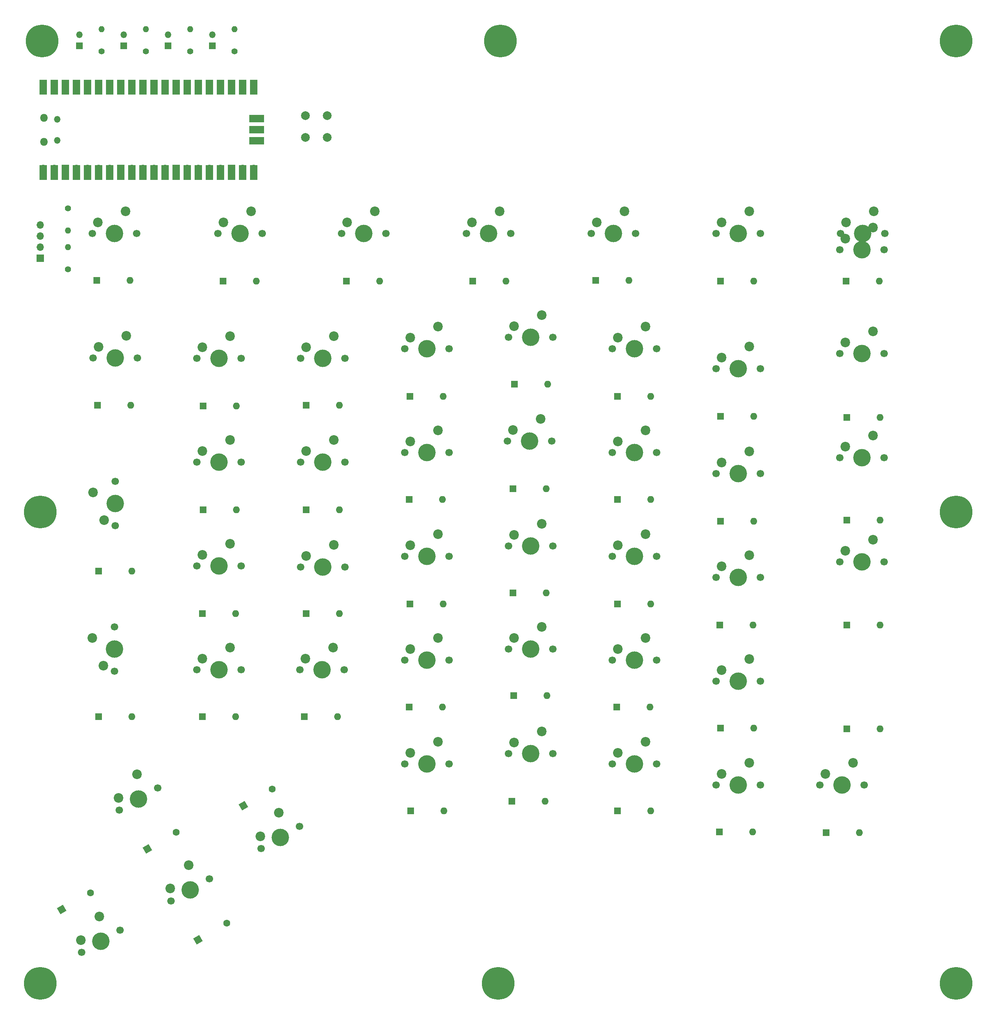
<source format=gbr>
%TF.GenerationSoftware,KiCad,Pcbnew,6.0.9-8da3e8f707~116~ubuntu20.04.1*%
%TF.CreationDate,2022-11-04T12:27:48+01:00*%
%TF.ProjectId,98keys-right,39386b65-7973-42d7-9269-6768742e6b69,rev?*%
%TF.SameCoordinates,Original*%
%TF.FileFunction,Soldermask,Top*%
%TF.FilePolarity,Negative*%
%FSLAX46Y46*%
G04 Gerber Fmt 4.6, Leading zero omitted, Abs format (unit mm)*
G04 Created by KiCad (PCBNEW 6.0.9-8da3e8f707~116~ubuntu20.04.1) date 2022-11-04 12:27:48*
%MOMM*%
%LPD*%
G01*
G04 APERTURE LIST*
G04 Aperture macros list*
%AMHorizOval*
0 Thick line with rounded ends*
0 $1 width*
0 $2 $3 position (X,Y) of the first rounded end (center of the circle)*
0 $4 $5 position (X,Y) of the second rounded end (center of the circle)*
0 Add line between two ends*
20,1,$1,$2,$3,$4,$5,0*
0 Add two circle primitives to create the rounded ends*
1,1,$1,$2,$3*
1,1,$1,$4,$5*%
%AMRotRect*
0 Rectangle, with rotation*
0 The origin of the aperture is its center*
0 $1 length*
0 $2 width*
0 $3 Rotation angle, in degrees counterclockwise*
0 Add horizontal line*
21,1,$1,$2,0,0,$3*%
G04 Aperture macros list end*
%ADD10R,1.600000X1.600000*%
%ADD11O,1.600000X1.600000*%
%ADD12RotRect,1.600000X1.600000X30.000000*%
%ADD13HorizOval,1.600000X0.000000X0.000000X0.000000X0.000000X0*%
%ADD14HorizOval,1.600000X0.000000X0.000000X0.000000X0.000000X0*%
%ADD15C,4.000000*%
%ADD16C,1.700000*%
%ADD17C,2.200000*%
%ADD18C,7.500000*%
%ADD19C,2.000000*%
%ADD20R,1.500000X1.500000*%
%ADD21O,1.500000X1.500000*%
%ADD22C,1.400000*%
%ADD23O,1.400000X1.400000*%
%ADD24O,1.800000X1.800000*%
%ADD25R,1.700000X3.500000*%
%ADD26O,1.700000X1.700000*%
%ADD27R,1.700000X1.700000*%
%ADD28R,3.500000X1.700000*%
G04 APERTURE END LIST*
D10*
%TO.C,D1*%
X258380000Y-85199600D03*
D11*
X266000000Y-85199600D03*
%TD*%
D10*
%TO.C,D2*%
X258600000Y-116399600D03*
D11*
X266220000Y-116399600D03*
%TD*%
D10*
%TO.C,D3*%
X258600000Y-139999600D03*
D11*
X266220000Y-139999600D03*
%TD*%
D10*
%TO.C,D4*%
X258600000Y-163999600D03*
D11*
X266220000Y-163999600D03*
%TD*%
D10*
%TO.C,D5*%
X258600000Y-187799600D03*
D11*
X266220000Y-187799600D03*
%TD*%
D10*
%TO.C,D6*%
X253800000Y-211599600D03*
D11*
X261420000Y-211599600D03*
%TD*%
D10*
%TO.C,D7*%
X229580000Y-85199600D03*
D11*
X237200000Y-85199600D03*
%TD*%
D10*
%TO.C,D8*%
X229600000Y-116199600D03*
D11*
X237220000Y-116199600D03*
%TD*%
D10*
%TO.C,D9*%
X229600000Y-140199600D03*
D11*
X237220000Y-140199600D03*
%TD*%
D10*
%TO.C,D10*%
X229400000Y-163999600D03*
D11*
X237020000Y-163999600D03*
%TD*%
D10*
%TO.C,D11*%
X229600000Y-187599600D03*
D11*
X237220000Y-187599600D03*
%TD*%
D10*
%TO.C,D12*%
X229380000Y-211399600D03*
D11*
X237000000Y-211399600D03*
%TD*%
D10*
%TO.C,D14*%
X200980000Y-84999600D03*
D11*
X208600000Y-84999600D03*
%TD*%
D10*
%TO.C,D15*%
X206000000Y-111599600D03*
D11*
X213620000Y-111599600D03*
%TD*%
D10*
%TO.C,D16*%
X206000000Y-135199600D03*
D11*
X213620000Y-135199600D03*
%TD*%
D10*
%TO.C,D17*%
X205780000Y-182799600D03*
D11*
X213400000Y-182799600D03*
%TD*%
D10*
%TO.C,D18*%
X206000000Y-159199600D03*
D11*
X213620000Y-159199600D03*
%TD*%
D10*
%TO.C,D19*%
X206000000Y-206599600D03*
D11*
X213620000Y-206599600D03*
%TD*%
D10*
%TO.C,D20*%
X172800000Y-85199600D03*
D11*
X180420000Y-85199600D03*
%TD*%
D10*
%TO.C,D21*%
X182400000Y-108799600D03*
D11*
X190020000Y-108799600D03*
%TD*%
D10*
%TO.C,D22*%
X182000000Y-132799600D03*
D11*
X189620000Y-132799600D03*
%TD*%
D10*
%TO.C,D23*%
X182000000Y-156599600D03*
D11*
X189620000Y-156599600D03*
%TD*%
D10*
%TO.C,D24*%
X182200000Y-180199600D03*
D11*
X189820000Y-180199600D03*
%TD*%
D10*
%TO.C,D25*%
X181800000Y-204399600D03*
D11*
X189420000Y-204399600D03*
%TD*%
D10*
%TO.C,D26*%
X143800000Y-85199600D03*
D11*
X151420000Y-85199600D03*
%TD*%
D10*
%TO.C,D27*%
X158200000Y-135199600D03*
D11*
X165820000Y-135199600D03*
%TD*%
D10*
%TO.C,D28*%
X158400000Y-111599600D03*
D11*
X166020000Y-111599600D03*
%TD*%
D10*
%TO.C,D29*%
X158400000Y-159199600D03*
D11*
X166020000Y-159199600D03*
%TD*%
D10*
%TO.C,D30*%
X158200000Y-182799600D03*
D11*
X165820000Y-182799600D03*
%TD*%
D10*
%TO.C,D31*%
X158600000Y-206599600D03*
D11*
X166220000Y-206599600D03*
%TD*%
D10*
%TO.C,D32*%
X115600000Y-85199600D03*
D11*
X123220000Y-85199600D03*
%TD*%
D10*
%TO.C,D33*%
X134600000Y-113599600D03*
D11*
X142220000Y-113599600D03*
%TD*%
D10*
%TO.C,D34*%
X134600000Y-137599600D03*
D11*
X142220000Y-137599600D03*
%TD*%
D10*
%TO.C,D35*%
X134600000Y-161399600D03*
D11*
X142220000Y-161399600D03*
%TD*%
D10*
%TO.C,D36*%
X134200000Y-184999600D03*
D11*
X141820000Y-184999600D03*
%TD*%
D10*
%TO.C,D37*%
X86600000Y-84999600D03*
D11*
X94220000Y-84999600D03*
%TD*%
D10*
%TO.C,D38*%
X111000000Y-113799600D03*
D11*
X118620000Y-113799600D03*
%TD*%
D10*
%TO.C,D39*%
X110800000Y-184999600D03*
D11*
X118420000Y-184999600D03*
%TD*%
D10*
%TO.C,D40*%
X111000000Y-137599600D03*
D11*
X118620000Y-137599600D03*
%TD*%
D10*
%TO.C,D41*%
X110800000Y-161399600D03*
D11*
X118420000Y-161399600D03*
%TD*%
D10*
%TO.C,D42*%
X86800000Y-113599600D03*
D11*
X94420000Y-113599600D03*
%TD*%
D10*
%TO.C,D43*%
X87000000Y-151599600D03*
D11*
X94620000Y-151599600D03*
%TD*%
D10*
%TO.C,D44*%
X87000000Y-184999600D03*
D11*
X94620000Y-184999600D03*
%TD*%
D12*
%TO.C,D45*%
X78590900Y-229204600D03*
D13*
X85190014Y-225394600D03*
%TD*%
D12*
%TO.C,D46*%
X98200900Y-215309600D03*
D14*
X104800014Y-211499600D03*
%TD*%
D12*
%TO.C,D47*%
X109800900Y-236109600D03*
D13*
X116400014Y-232299600D03*
%TD*%
D12*
%TO.C,D48*%
X120190000Y-205394600D03*
D13*
X126789114Y-201584600D03*
%TD*%
D15*
%TO.C,SW1*%
X262200000Y-74279600D03*
D16*
X267280000Y-74279600D03*
X257120000Y-74279600D03*
D17*
X264740000Y-69199600D03*
X258390000Y-71739600D03*
%TD*%
D16*
%TO.C,SW2*%
X256930000Y-78005000D03*
D15*
X262010000Y-78005000D03*
D16*
X267090000Y-78005000D03*
D17*
X264550000Y-72925000D03*
X258200000Y-75465000D03*
%TD*%
D16*
%TO.C,SW3*%
X267090000Y-101805000D03*
X256930000Y-101805000D03*
D15*
X262010000Y-101805000D03*
D17*
X264550000Y-96725000D03*
X258200000Y-99265000D03*
%TD*%
D15*
%TO.C,SW4*%
X262070000Y-149485000D03*
D16*
X256990000Y-149485000D03*
X267150000Y-149485000D03*
D17*
X264610000Y-144405000D03*
X258260000Y-146945000D03*
%TD*%
D16*
%TO.C,SW5*%
X267150000Y-125685000D03*
X256990000Y-125685000D03*
D15*
X262070000Y-125685000D03*
D17*
X264610000Y-120605000D03*
X258260000Y-123145000D03*
%TD*%
D16*
%TO.C,SW6*%
X252380000Y-200679600D03*
X262540000Y-200679600D03*
D15*
X257460000Y-200679600D03*
D17*
X260000000Y-195599600D03*
X253650000Y-198139600D03*
%TD*%
D16*
%TO.C,SW7*%
X228580000Y-74279600D03*
X238740000Y-74279600D03*
D15*
X233660000Y-74279600D03*
D17*
X236200000Y-69199600D03*
X229850000Y-71739600D03*
%TD*%
D15*
%TO.C,SW8*%
X233660000Y-105279600D03*
D16*
X228580000Y-105279600D03*
X238740000Y-105279600D03*
D17*
X236200000Y-100199600D03*
X229850000Y-102739600D03*
%TD*%
D16*
%TO.C,SW9*%
X238740000Y-129279600D03*
X228580000Y-129279600D03*
D15*
X233660000Y-129279600D03*
D17*
X236200000Y-124199600D03*
X229850000Y-126739600D03*
%TD*%
D16*
%TO.C,SW10*%
X238740000Y-176879600D03*
X228580000Y-176879600D03*
D15*
X233660000Y-176879600D03*
D17*
X236200000Y-171799600D03*
X229850000Y-174339600D03*
%TD*%
D16*
%TO.C,SW11*%
X228580000Y-153079600D03*
D15*
X233660000Y-153079600D03*
D16*
X238740000Y-153079600D03*
D17*
X236200000Y-147999600D03*
X229850000Y-150539600D03*
%TD*%
D15*
%TO.C,SW12*%
X233660000Y-200679600D03*
D16*
X228580000Y-200679600D03*
X238740000Y-200679600D03*
D17*
X236200000Y-195599600D03*
X229850000Y-198139600D03*
%TD*%
D15*
%TO.C,SW13*%
X205060000Y-74279600D03*
D16*
X199980000Y-74279600D03*
X210140000Y-74279600D03*
D17*
X207600000Y-69199600D03*
X201250000Y-71739600D03*
%TD*%
D15*
%TO.C,SW14*%
X209860000Y-100679600D03*
D16*
X214940000Y-100679600D03*
X204780000Y-100679600D03*
D17*
X212400000Y-95599600D03*
X206050000Y-98139600D03*
%TD*%
D16*
%TO.C,SW15*%
X204780000Y-124479600D03*
X214940000Y-124479600D03*
D15*
X209860000Y-124479600D03*
D17*
X212400000Y-119399600D03*
X206050000Y-121939600D03*
%TD*%
D16*
%TO.C,SW16*%
X214940000Y-172079600D03*
D15*
X209860000Y-172079600D03*
D16*
X204780000Y-172079600D03*
D17*
X212400000Y-166999600D03*
X206050000Y-169539600D03*
%TD*%
D16*
%TO.C,SW17*%
X204780000Y-148279600D03*
D15*
X209860000Y-148279600D03*
D16*
X214940000Y-148279600D03*
D17*
X212400000Y-143199600D03*
X206050000Y-145739600D03*
%TD*%
D16*
%TO.C,SW18*%
X214940000Y-195879600D03*
D15*
X209860000Y-195879600D03*
D16*
X204780000Y-195879600D03*
D17*
X212400000Y-190799600D03*
X206050000Y-193339600D03*
%TD*%
D16*
%TO.C,SW19*%
X171380000Y-74279600D03*
X181540000Y-74279600D03*
D15*
X176460000Y-74279600D03*
D17*
X179000000Y-69199600D03*
X172650000Y-71739600D03*
%TD*%
D15*
%TO.C,SW20*%
X186060000Y-98079600D03*
D16*
X180980000Y-98079600D03*
X191140000Y-98079600D03*
D17*
X188600000Y-92999600D03*
X182250000Y-95539600D03*
%TD*%
D16*
%TO.C,SW21*%
X190940000Y-121879600D03*
D15*
X185860000Y-121879600D03*
D16*
X180780000Y-121879600D03*
D17*
X188400000Y-116799600D03*
X182050000Y-119339600D03*
%TD*%
D16*
%TO.C,SW22*%
X180980000Y-169479600D03*
D15*
X186060000Y-169479600D03*
D16*
X191140000Y-169479600D03*
D17*
X188600000Y-164399600D03*
X182250000Y-166939600D03*
%TD*%
D15*
%TO.C,SW23*%
X186060000Y-145879600D03*
D16*
X191140000Y-145879600D03*
X180980000Y-145879600D03*
D17*
X188600000Y-140799600D03*
X182250000Y-143339600D03*
%TD*%
D15*
%TO.C,SW24*%
X186060000Y-193479600D03*
D16*
X180980000Y-193479600D03*
X191140000Y-193479600D03*
D17*
X188600000Y-188399600D03*
X182250000Y-190939600D03*
%TD*%
D15*
%TO.C,SW25*%
X147860000Y-74279600D03*
D16*
X142780000Y-74279600D03*
X152940000Y-74279600D03*
D17*
X150400000Y-69199600D03*
X144050000Y-71739600D03*
%TD*%
D16*
%TO.C,SW26*%
X157180000Y-100679600D03*
D15*
X162260000Y-100679600D03*
D16*
X167340000Y-100679600D03*
D17*
X164800000Y-95599600D03*
X158450000Y-98139600D03*
%TD*%
D15*
%TO.C,SW27*%
X162260000Y-124479600D03*
D16*
X157180000Y-124479600D03*
X167340000Y-124479600D03*
D17*
X164800000Y-119399600D03*
X158450000Y-121939600D03*
%TD*%
D16*
%TO.C,SW28*%
X157180000Y-172079600D03*
D15*
X162260000Y-172079600D03*
D16*
X167340000Y-172079600D03*
D17*
X164800000Y-166999600D03*
X158450000Y-169539600D03*
%TD*%
D16*
%TO.C,SW29*%
X167340000Y-148279600D03*
D15*
X162260000Y-148279600D03*
D16*
X157180000Y-148279600D03*
D17*
X164800000Y-143199600D03*
X158450000Y-145739600D03*
%TD*%
D16*
%TO.C,SW30*%
X167340000Y-195879600D03*
X157180000Y-195879600D03*
D15*
X162260000Y-195879600D03*
D17*
X164800000Y-190799600D03*
X158450000Y-193339600D03*
%TD*%
D16*
%TO.C,SW31*%
X124540000Y-74279600D03*
D15*
X119460000Y-74279600D03*
D16*
X114380000Y-74279600D03*
D17*
X122000000Y-69199600D03*
X115650000Y-71739600D03*
%TD*%
D16*
%TO.C,SW32*%
X143540000Y-102879600D03*
X133380000Y-102879600D03*
D15*
X138460000Y-102879600D03*
D17*
X141000000Y-97799600D03*
X134650000Y-100339600D03*
%TD*%
D15*
%TO.C,SW33*%
X138460000Y-126679600D03*
D16*
X143540000Y-126679600D03*
X133380000Y-126679600D03*
D17*
X141000000Y-121599600D03*
X134650000Y-124139600D03*
%TD*%
D16*
%TO.C,SW34*%
X143340000Y-174279600D03*
X133180000Y-174279600D03*
D15*
X138260000Y-174279600D03*
D17*
X140800000Y-169199600D03*
X134450000Y-171739600D03*
%TD*%
D15*
%TO.C,SW35*%
X138460000Y-150679600D03*
D16*
X133380000Y-150679600D03*
X143540000Y-150679600D03*
D17*
X141000000Y-145599600D03*
X134650000Y-148139600D03*
%TD*%
D16*
%TO.C,SW36*%
X95740000Y-74279600D03*
X85580000Y-74279600D03*
D15*
X90660000Y-74279600D03*
D17*
X93200000Y-69199600D03*
X86850000Y-71739600D03*
%TD*%
D16*
%TO.C,SW37*%
X109580000Y-102879600D03*
D15*
X114660000Y-102879600D03*
D16*
X119740000Y-102879600D03*
D17*
X117200000Y-97799600D03*
X110850000Y-100339600D03*
%TD*%
D16*
%TO.C,SW38*%
X109580000Y-126679600D03*
D15*
X114660000Y-126679600D03*
D16*
X119740000Y-126679600D03*
D17*
X117200000Y-121599600D03*
X110850000Y-124139600D03*
%TD*%
D15*
%TO.C,SW39*%
X114660000Y-174279600D03*
D16*
X109580000Y-174279600D03*
X119740000Y-174279600D03*
D17*
X117200000Y-169199600D03*
X110850000Y-171739600D03*
%TD*%
D16*
%TO.C,SW40*%
X119740000Y-150479600D03*
D15*
X114660000Y-150479600D03*
D16*
X109580000Y-150479600D03*
D17*
X117200000Y-145399600D03*
X110850000Y-147939600D03*
%TD*%
D16*
%TO.C,SW41*%
X95880000Y-102799600D03*
X85720000Y-102799600D03*
D15*
X90800000Y-102799600D03*
D17*
X93340000Y-97719600D03*
X86990000Y-100259600D03*
%TD*%
D15*
%TO.C,SW42*%
X90880000Y-136139600D03*
D16*
X90880000Y-131059600D03*
X90880000Y-141219600D03*
D17*
X85800000Y-133599600D03*
X88340000Y-139949600D03*
%TD*%
D15*
%TO.C,SW43*%
X90680000Y-169539600D03*
D16*
X90680000Y-174619600D03*
X90680000Y-164459600D03*
D17*
X85600000Y-166999600D03*
X88140000Y-173349600D03*
%TD*%
D16*
%TO.C,SW44*%
X83100586Y-239040009D03*
D15*
X87499995Y-236500009D03*
D16*
X91899405Y-233960009D03*
D17*
X87159700Y-230830600D03*
X82930439Y-236205305D03*
%TD*%
D16*
%TO.C,SW45*%
X91800586Y-206440009D03*
D15*
X96199995Y-203900009D03*
D16*
X100599405Y-201360009D03*
D17*
X95859700Y-198230600D03*
X91630439Y-203605305D03*
%TD*%
D16*
%TO.C,SW46*%
X112399405Y-222160009D03*
D15*
X107999995Y-224700009D03*
D16*
X103600586Y-227240009D03*
D17*
X107659700Y-219030600D03*
X103430439Y-224405305D03*
%TD*%
D15*
%TO.C,SW47*%
X128699995Y-212700009D03*
D16*
X133099405Y-210160009D03*
X124300586Y-215240009D03*
D17*
X128359700Y-207030600D03*
X124130439Y-212405305D03*
%TD*%
D18*
%TO.C,H1*%
X74110000Y-30105000D03*
%TD*%
%TO.C,H2*%
X283610000Y-246105000D03*
%TD*%
%TO.C,H3*%
X179110000Y-30105000D03*
%TD*%
%TO.C,H4*%
X283610000Y-138105000D03*
%TD*%
%TO.C,H5*%
X283610000Y-30105000D03*
%TD*%
%TO.C,H6*%
X178610000Y-246105000D03*
%TD*%
%TO.C,H7*%
X73610000Y-138105000D03*
%TD*%
%TO.C,H8*%
X73610000Y-246105000D03*
%TD*%
D19*
%TO.C,SW48*%
X134450000Y-47256300D03*
X139450000Y-47256300D03*
X134450000Y-52256300D03*
X139450000Y-52256300D03*
%TD*%
D20*
%TO.C,D50*%
X102920000Y-31270000D03*
D21*
X102920000Y-28730000D03*
%TD*%
D20*
%TO.C,D51*%
X92760000Y-31270000D03*
D21*
X92760000Y-28730000D03*
%TD*%
D22*
%TO.C,R6*%
X108000000Y-32540000D03*
D23*
X108000000Y-27460000D03*
%TD*%
D21*
%TO.C,U1*%
X77530000Y-48075000D03*
X77530000Y-52925000D03*
D24*
X74500000Y-53225000D03*
X74500000Y-47775000D03*
D25*
X74370000Y-60290000D03*
D26*
X74370000Y-59390000D03*
D25*
X76910000Y-60290000D03*
D26*
X76910000Y-59390000D03*
D25*
X79450000Y-60290000D03*
D27*
X79450000Y-59390000D03*
D25*
X81990000Y-60290000D03*
D26*
X81990000Y-59390000D03*
X84530000Y-59390000D03*
D25*
X84530000Y-60290000D03*
D26*
X87070000Y-59390000D03*
D25*
X87070000Y-60290000D03*
D26*
X89610000Y-59390000D03*
D25*
X89610000Y-60290000D03*
X92150000Y-60290000D03*
D27*
X92150000Y-59390000D03*
D25*
X94690000Y-60290000D03*
D26*
X94690000Y-59390000D03*
D25*
X97230000Y-60290000D03*
D26*
X97230000Y-59390000D03*
D25*
X99770000Y-60290000D03*
D26*
X99770000Y-59390000D03*
X102310000Y-59390000D03*
D25*
X102310000Y-60290000D03*
X104850000Y-60290000D03*
D27*
X104850000Y-59390000D03*
D26*
X107390000Y-59390000D03*
D25*
X107390000Y-60290000D03*
X109930000Y-60290000D03*
D26*
X109930000Y-59390000D03*
X112470000Y-59390000D03*
D25*
X112470000Y-60290000D03*
X115010000Y-60290000D03*
D26*
X115010000Y-59390000D03*
D27*
X117550000Y-59390000D03*
D25*
X117550000Y-60290000D03*
X120090000Y-60290000D03*
D26*
X120090000Y-59390000D03*
D25*
X122630000Y-60290000D03*
D26*
X122630000Y-59390000D03*
D25*
X122630000Y-40710000D03*
D26*
X122630000Y-41610000D03*
D25*
X120090000Y-40710000D03*
D26*
X120090000Y-41610000D03*
D25*
X117550000Y-40710000D03*
D27*
X117550000Y-41610000D03*
D26*
X115010000Y-41610000D03*
D25*
X115010000Y-40710000D03*
D26*
X112470000Y-41610000D03*
D25*
X112470000Y-40710000D03*
X109930000Y-40710000D03*
D26*
X109930000Y-41610000D03*
D25*
X107390000Y-40710000D03*
D26*
X107390000Y-41610000D03*
D27*
X104850000Y-41610000D03*
D25*
X104850000Y-40710000D03*
D26*
X102310000Y-41610000D03*
D25*
X102310000Y-40710000D03*
X99770000Y-40710000D03*
D26*
X99770000Y-41610000D03*
D25*
X97230000Y-40710000D03*
D26*
X97230000Y-41610000D03*
X94690000Y-41610000D03*
D25*
X94690000Y-40710000D03*
X92150000Y-40710000D03*
D27*
X92150000Y-41610000D03*
D26*
X89610000Y-41610000D03*
D25*
X89610000Y-40710000D03*
X87070000Y-40710000D03*
D26*
X87070000Y-41610000D03*
D25*
X84530000Y-40710000D03*
D26*
X84530000Y-41610000D03*
X81990000Y-41610000D03*
D25*
X81990000Y-40710000D03*
X79450000Y-40710000D03*
D27*
X79450000Y-41610000D03*
D26*
X76910000Y-41610000D03*
D25*
X76910000Y-40710000D03*
X74370000Y-40710000D03*
D26*
X74370000Y-41610000D03*
D28*
X123300000Y-53040000D03*
D26*
X122400000Y-53040000D03*
D28*
X123300000Y-50500000D03*
D27*
X122400000Y-50500000D03*
D26*
X122400000Y-47960000D03*
D28*
X123300000Y-47960000D03*
%TD*%
D22*
%TO.C,R3*%
X87680000Y-32540000D03*
D23*
X87680000Y-27460000D03*
%TD*%
D22*
%TO.C,R5*%
X97840000Y-32540000D03*
D23*
X97840000Y-27460000D03*
%TD*%
D22*
%TO.C,R4*%
X118160000Y-32540000D03*
D23*
X118160000Y-27460000D03*
%TD*%
D22*
%TO.C,R1*%
X80000000Y-68530000D03*
D23*
X80000000Y-73610000D03*
%TD*%
D20*
%TO.C,D13*%
X82600000Y-31270000D03*
D21*
X82600000Y-28730000D03*
%TD*%
D22*
%TO.C,R2*%
X80000000Y-82500000D03*
D23*
X80000000Y-77420000D03*
%TD*%
D20*
%TO.C,D49*%
X113080000Y-31270000D03*
D21*
X113080000Y-28730000D03*
%TD*%
D27*
%TO.C,J1*%
X73650000Y-79960000D03*
D26*
X73650000Y-77420000D03*
X73650000Y-74880000D03*
X73650000Y-72340000D03*
%TD*%
M02*

</source>
